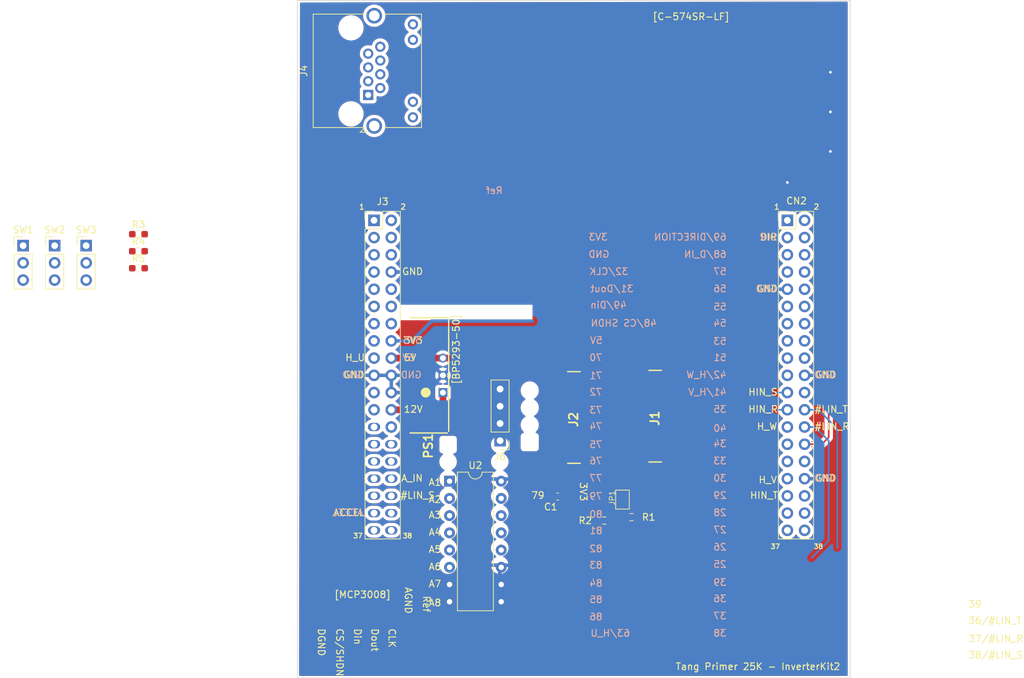
<source format=kicad_pcb>
(kicad_pcb (version 20240108) (generator "pcbnew") (generator_version "8.0")
  (layers (0 "F.Cu" signal) (31 "B.Cu" signal) (34 "B.Paste" user) (35 "F.Paste" user) (36 "B.SilkS" user "B.Silkscreen") (37 "F.SilkS" user "F.Silkscreen") (38 "B.Mask" user) (39 "F.Mask" user) (44 "Edge.Cuts" user))
  (net 0 "")
  (net 1 "GND")
  (net 2 "/L6_IOT23A_USB_P")
  (net 3 "/J10_IOT1B_40P")
  (net 4 "/F6_IOT58B_40P")
  (net 5 "/B3_IOB56A_FPGA_UART_RX")
  (net 6 "/J5_IOT61B")
  (net 7 "/L5_IOT63A")
  (net 8 "VDD_3V3")
  (net 9 "/E3_IOB60A_40P")
  (net 10 "/C10_IOL5B")
  (net 11 "/H11_IOT3A_S1")
  (net 13 "/K11_IOT11A")
  (net 14 "/H10_IOT3B_S2")
  (net 16 "/H_U")
  (net 18 "/H7_IOT66B")
  (net 19 "/L8_IOT19B_40P")
  (net 20 "/VIN12")
  (net 21 "/K5_IOT63B")
  (net 22 "/C3_IOB56B_FPGA_UART_TX")
  (net 23 "/G5_IOT72B")
  (net 24 "/C7-28")
  (net 25 "/L9_IOT31A_40P")
  (net 26 "/C7-30")
  (net 27 "/A11_IOL14A")
  (net 28 "/A_IN")
  (net 29 "/E11_IOL3A")
  (net 31 "/ACCEL")
  (net 32 "/C7-36")
  (net 33 "/U")
  (net 34 "/C7-38")
  (net 35 "Net-(U1-CAN_L)")
  (net 36 "/H8_IOT66A")
  (net 37 "/DIRECTION")
  (net 38 "/G10_IOT7B")
  (net 40 "/G11_IOT7A")
  (net 41 "/B11_IOL12A")
  (net 42 "/B10_IOL12B")
  (net 43 "/F5_IOT72A")
  (net 44 "/C10-11")
  (net 45 "/K9_IOT31B_40P")
  (net 46 "/E8_READY")
  (net 47 "/F7_IOT58A_40P")
  (net 48 "/J8_IOT56A_40P")
  (net 49 "/L11_IOT11B")
  (net 50 "/H5_IOT61A")
  (net 51 "/G8_IOT68B")
  (net 52 "/HIN_S")
  (net 54 "/HIN_R")
  (net 58 "/D10_IOL9B")
  (net 59 "/A10_IOL14B")
  (net 61 "Net-(U1-CAN_H)")
  (net 62 "/HIN_T")
  (net 63 "/C10-34")
  (net 64 "/K8_IOT56B_40P")
  (net 65 "/J11_IOT1A_40P")
  (net 66 "/D11_IOL9A")
  (net 67 "/K10_IOT15B_40P")
  (net 68 "/J7_IOT21B_40P")
  (net 69 "/K6_IOT23B_USB_N")
  (net 72 "Net-(JP1-A)")
  (net 73 "+3V3")
  (net 74 "/D7_DONE")
  (net 75 "/E10_IOL3B")
  (net 76 "/C11_IOL5A")
  (net 77 "/G7_IOT68A")
  (net 78 "/VDD_2V5")
  (net 79 "/K1_IOR20A_40P")
  (net 80 "/M0_D2_N")
  (net 81 "/M0_CK_N")
  (net 82 "/B2_IOB4A_40P")
  (net 83 "/A3_JTAG_TDI")
  (net 84 "/G4_IOB89A_40P")
  (net 85 "/A1_IOB24A_40P")
  (net 86 "/VDD_5V")
  (net 87 "/H2_IOB91B_40P")
  (net 88 "/C1_JTAG_TCK")
  (net 89 "/B1_JTAG_TMS")
  (net 90 "/M0_D0_N")
  (net 91 "/A2_JTAG_TDO")
  (net 92 "/M0_D1_N")
  (net 93 "/K4_IOR22B_40P")
  (net 96 "/G1_IOR24B_40P")
  (net 97 "/D1_IOB14B_40P")
  (net 98 "/F1_IOB26B_40P")
  (net 99 "/M0_D1_P")
  (net 100 "/VDD_1V8")
  (net 101 "/H4_IOB89B_40P")
  (net 102 "/K2_IOR20B_40P")
  (net 103 "/D8_RECONFIG")
  (net 104 "/G2_IOR24A_40P")
  (net 105 "/L4_IOR31A_40P")
  (net 106 "/H1_IOB91A_40P")
  (net 108 "/L3_IOR31B_40P")
  (net 109 "/M0_D0_P")
  (net 110 "/M0_D2_P")
  (net 111 "/J2_IOR33B_40P")
  (net 112 "/C2_IOB4B_40P")
  (net 113 "/E1_IOB12B_40P")
  (net 114 "/F2_IOB26A_40P")
  (net 116 "/M0_D3_P")
  (net 117 "/L1_IOR18B_40P")
  (net 118 "/J4_IOR22A_40P")
  (net 119 "/M0_CK_P")
  (net 120 "/M0_D3_N")
  (net 163 "/SW3")
  (net 164 "/C10-28")
  (footprint "Resistor_SMD:R_0603_1608Metric_Pad0.98x0.95mm_HandSolder" (layer "F.Cu") (at 167.5045 130.6476 180)
    (property "Reference" "R1")
    (property "Value" "R" (hide yes))
  )
  (footprint "Capacitor_SMD:C_0603_1608Metric_Pad1.08x0.95mm_HandSolder" (layer "F.Cu") (at 156.6164 127.6096 180)
    (property "Reference" "C1")
    (property "Value" "C" (hide yes))
  )
  (footprint "samacsys:TO254P570X1700X1780-3P" (layer "F.Cu") (at 139.7 112.268 90)
    (property "Reference" "PS1")
    (property "Value" "BP5293-50" (hide yes))
  )
  (footprint "Connector_PinHeader_2.54mm:PinHeader_1x03_P2.54mm_Vertical" (layer "F.Cu") (at 82.4328 90.5996)
    (property "Reference" "SW2")
    (property "Value" "SW_SPDT")
  )
  (footprint "Resistor_SMD:R_0603_1608Metric_Pad0.98x0.95mm_HandSolder" (layer "F.Cu") (at 94.7947 93.9292)
    (property "Reference" "R5")
    (property "Value" "5.1k")
  )
  (footprint "Library:DF40C-60DS-0.4V_51_" (layer "F.Cu") (at 159.0206 115.942 90)
    (property "Reference" "J2")
    (property "Value" "DF40C-60DS-0.4V_51_" (hide yes))
  )
  (footprint "Connector_RJ:RJ45_Amphenol_RJHSE538X" (layer "F.Cu") (at 128.6764 68.3768 90)
    (property "Reference" "J4")
    (property "Value" "RJ45_LED_Shielded")
  )
  (footprint "Connector_PinHeader_2.54mm:PinHeader_1x03_P2.54mm_Vertical" (layer "F.Cu") (at 87.0828 90.5996)
    (property "Reference" "SW3")
    (property "Value" "SW_SPDT")
  )
  (footprint "Resistor_SMD:R_0603_1608Metric_Pad0.98x0.95mm_HandSolder" (layer "F.Cu") (at 94.7947 88.9092)
    (property "Reference" "R3")
    (property "Value" "5.1k")
  )
  (footprint "Library:Nucleo" (layer "F.Cu") (at 129.54 86.868)
    (property "Reference" "J3")
    (property "Value" "Nucleo_F302R8" (hide yes))
  )
  (footprint "Package_DIP:DIP-16_W7.62mm" (layer "F.Cu") (at 140.6752 125.3386)
    (property "Reference" "U2")
    (property "Value" "MCP3008")
  )
  (footprint "Jumper:SolderJumper-2_P1.3mm_Open_TrianglePad1.0x1.5mm" (layer "F.Cu") (at 166.1818 128.0568 90)
    (property "Reference" "JP1")
    (property "Value" "SolderJumper_2_Open" (hide yes))
  )
  (footprint "Connector_PinHeader_2.54mm:PinHeader_1x03_P2.54mm_Vertical" (layer "F.Cu") (at 77.7828 90.5996)
    (property "Reference" "SW1")
    (property "Value" "SW_SPDT")
  )
  (footprint "Resistor_SMD:R_0603_1608Metric_Pad0.98x0.95mm_HandSolder" (layer "F.Cu") (at 163.4913 131.1556 180)
    (property "Reference" "R2")
    (property "Value" "R" (hide yes))
  )
  (footprint "Resistor_SMD:R_0603_1608Metric_Pad0.98x0.95mm_HandSolder" (layer "F.Cu") (at 94.7947 91.4192)
    (property "Reference" "R4")
    (property "Value" "5.1k")
  )
  (footprint "Library:DF40C-60DS-0.4V_51_" (layer "F.Cu") (at 171.0094 115.7516 90)
    (property "Reference" "J1")
    (property "Value" "DF40C-60DS-0.4V_51_" (hide yes))
  )
  (footprint "Connector_PinHeader_2.54mm:PinHeader_1x04_P2.54mm_Vertical" (layer "F.Cu") (at 148.1328 119.37 180)
    (property "Reference" "J6")
    (property "Value" "JTAG")
  )
  (gr_rect (start 118.237 54.4195) (end 199.771 154.3685) (stroke (width 0.1)) (fill none) (layer "Edge.Cuts"))
  (gr_text "73" (at 163.322 115.443 0) (layer "B.SilkS") (effects (font (size 1 1)) (justify left bottom mirror)))
  (gr_text "36" (at 181.61 143.256 0) (layer "B.SilkS") (effects (font (size 1 1)) (justify left bottom mirror)))
  (gr_text "DIR" (at 188.976 89.916 0) (layer "B.SilkS") (effects (font (size 1 1)) (justify left bottom mirror)))
  (gr_text "63/H_U" (at 167.386 148.336 0) (layer "B.SilkS") (effects (font (size 1 1)) (justify left bottom mirror)))
  (gr_text "29" (at 181.61 128.016 0) (layer "B.SilkS") (effects (font (size 1 1)) (justify left bottom mirror)))
  (gr_text "34" (at 181.61 120.396 0) (layer "B.SilkS") (effects (font (size 1 1)) (justify left bottom mirror)))
  (gr_text "49/Din" (at 166.878 99.949 0) (layer "B.SilkS") (effects (font (size 1 1)) (justify left bottom mirror)))
  (gr_text "3V3" (at 136.652 105.156 0) (layer "B.SilkS") (effects (font (size 1 1)) (justify left bottom mirror)))
  (gr_text "27" (at 181.61 133.096 0) (layer "B.SilkS") (effects (font (size 1 1)) (justify left bottom mirror)))
  (gr_text "28" (at 181.61 130.556 0) (layer "B.SilkS") (effects (font (size 1 1)) (justify left bottom mirror)))
  (gr_text "32/CLK" (at 167.132 94.996 0) (layer "B.SilkS") (effects (font (size 1 1)) (justify left bottom mirror)))
  (gr_text "5V" (at 163.322 105.156 0) (layer "B.SilkS") (effects (font (size 1 1)) (justify left bottom mirror)))
  (gr_text "74" (at 163.322 117.856 0) (layer "B.SilkS") (effects (font (size 1 1)) (justify left bottom mirror)))
  (gr_text "80" (at 163.322 130.81 0) (layer "B.SilkS") (effects (font (size 1 1)) (justify left bottom mirror)))
  (gr_text "85" (at 163.322 143.383 0) (layer "B.SilkS") (effects (font (size 1 1)) (justify left bottom mirror)))
  (gr_text "72" (at 163.322 112.776 0) (layer "B.SilkS") (effects (font (size 1 1)) (justify left bottom mirror)))
  (gr_text "53" (at 181.61 105.283 0) (layer "B.SilkS") (effects (font (size 1 1)) (justify left bottom mirror)))
  (gr_text "71" (at 163.322 110.363 0) (layer "B.SilkS") (effects (font (size 1 1)) (justify left bottom mirror)))
  (gr_text "86" (at 163.322 145.923 0) (layer "B.SilkS") (effects (font (size 1 1)) (justify left bottom mirror)))
  (gr_text "38" (at 181.61 148.336 0) (layer "B.SilkS") (effects (font (size 1 1)) (justify left bottom mirror)))
  (gr_text "51" (at 181.61 107.696 0) (layer "B.SilkS") (effects (font (size 1 1)) (justify left bottom mirror)))
  (gr_text "37" (at 181.61 145.796 0) (layer "B.SilkS") (effects (font (size 1 1)) (justify left bottom mirror)))
  (gr_text "GND" (at 197.612 110.236 0) (layer "B.SilkS") (effects (font (size 1 1)) (justify left bottom mirror)))
  (gr_text "31/Dout" (at 167.894 97.536 0) (layer "B.SilkS") (effects (font (size 1 1)) (justify left bottom mirror)))
  (gr_text "57" (at 181.61 94.996 0) (layer "B.SilkS") (effects (font (size 1 1)) (justify left bottom mirror)))
  (gr_text "55" (at 181.61 100.203 0) (layer "B.SilkS") (effects (font (size 1 1)) (justify left bottom mirror)))
  (gr_text "42/H_W" (at 181.61 110.236 0) (layer "B.SilkS") (effects (font (size 1 1)) (justify left bottom mirror)))
  (gr_text "83" (at 163.322 138.303 0) (layer "B.SilkS") (effects (font (size 1 1)) (justify left bottom mirror)))
  (gr_text "26" (at 181.61 135.636 0) (layer "B.SilkS") (effects (font (size 1 1)) (justify left bottom mirror)))
  (gr_text "GND" (at 164.338 92.456 0) (layer "B.SilkS") (effects (font (size 1 1)) (justify left bottom mirror)))
  (gr_text "30" (at 181.61 125.476 0) (layer "B.SilkS") (effects (font (size 1 1)) (justify left bottom mirror)))
  (gr_text "81" (at 163.322 133.223 0) (layer "B.SilkS") (effects (font (size 1 1)) (justify left bottom mirror)))
  (gr_text "40" (at 181.61 118.11 0) (layer "B.SilkS") (effects (font (size 1 1)) (justify left bottom mirror)))
  (gr_text "GND" (at 136.652 110.236 0) (layer "B.SilkS") (effects (font (size 1 1)) (justify left bottom mirror)))
  (gr_text "54" (at 181.61 102.616 0) (layer "B.SilkS") (effects (font (size 1 1)) (justify left bottom mirror)))
  (gr_text "69/DIRECTION" (at 181.61 89.916 0) (layer "B.SilkS") (effects (font (size 1 1)) (justify left bottom mirror)))
  (gr_text "25" (at 181.61 138.176 0) (layer "B.SilkS") (effects (font (size 1 1)) (justify left bottom mirror)))
  (gr_text "68/D_IN" (at 181.61 92.456 0) (layer "B.SilkS") (effects (font (size 1 1)) (justify left bottom mirror)))
  (gr_text "79" (at 163.322 128.143 0) (layer "B.SilkS") (effects (font (size 1 1)) (justify left bottom mirror)))
  (gr_text "3V3" (at 164.084 89.916 0) (layer "B.SilkS") (effects (font (size 1 1)) (justify left bottom mirror)))
  (gr_text "GND" (at 128.016 110.236 0) (layer "B.SilkS") (effects (font (size 1 1)) (justify left bottom mirror)))
  (gr_text "GND" (at 188.976 97.536 0) (layer "B.SilkS") (effects (font (size 1 1)) (justify left bottom mirror)))
  (gr_text "35" (at 181.61 115.316 0) (layer "B.SilkS") (effects (font (size 1 1)) (justify left bottom mirror)))
  (gr_text "GND" (at 197.612 125.476 0) (layer "B.SilkS") (effects (font (size 1 1)) (justify left bottom mirror)))
  (gr_text "41/H_V" (at 181.61 112.776 0) (layer "B.SilkS") (effects (font (size 1 1)) (justify left bottom mirror)))
  (gr_text "84" (at 163.322 140.97 0) (layer "B.SilkS") (effects (font (size 1 1)) (justify left bottom mirror)))
  (gr_text "ACCEL" (at 128.016 130.556 0) (layer "B.SilkS") (effects (font (size 1 1)) (justify left bottom mirror)))
  (gr_text "76" (at 163.322 122.936 0) (layer "B.SilkS") (effects (font (size 1 1)) (justify left bottom mirror)))
  (gr_text "77" (at 163.322 125.476 0) (layer "B.SilkS") (effects (font (size 1 1)) (justify left bottom mirror)))
  (gr_text "39" (at 181.61 140.843 0) (layer "B.SilkS") (effects (font (size 1 1)) (justify left bottom mirror)))
  (gr_text "70" (at 163.322 107.696 0) (layer "B.SilkS") (effects (font (size 1 1)) (justify left bottom mirror)))
  (gr_text "56" (at 181.61 97.536 0) (layer "B.SilkS") (effects (font (size 1 1)) (justify left bottom mirror)))
  (gr_text "5V" (at 135.636 107.696 0) (layer "B.SilkS") (effects (font (size 1 1)) (justify left bottom mirror)))
  (gr_text "Ref" (at 148.59 83.058 0) (layer "B.SilkS") (effects (font (size 1 1)) (justify left bottom mirror)))
  (gr_text "75" (at 163.322 120.523 0) (layer "B.SilkS") (effects (font (size 1 1)) (justify left bottom mirror)))
  (gr_text "82" (at 163.322 135.89 0) (layer "B.SilkS") (effects (font (size 1 1)) (justify left bottom mirror)))
  (gr_text "48/CS SHDN" (at 171.323 102.616 0) (layer "B.SilkS") (effects (font (size 1 1)) (justify left bottom mirror)))
  (gr_text "33" (at 181.61 122.936 0) (layer "B.SilkS") (effects (font (size 1 1)) (justify left bottom mirror)))
  (gr_text "79" (at 152.654 128.016 0) (layer "F.SilkS") (effects (font (size 1 1)) (justify left bottom)))
  (gr_text "GND" (at 194.564 110.236 0) (layer "F.SilkS") (effects (font (size 1 1)) (justify left bottom)))
  (gr_text "DGND" (at 121.1938 146.9744 -90) (layer "F.SilkS") (effects (font (size 1 1)) (justify left bottom)))
  (gr_text "[MCP3008]" (at 123.6068 142.6564 0) (layer "F.SilkS") (effects (font (size 1 1)) (justify left bottom)))
  (gr_text "12V" (at 133.858 115.316 0) (layer "F.SilkS") (effects (font (size 1 1)) (justify left bottom)))
  (gr_text "[BP5293-50]" (at 142.24 111.125 90) (layer "F.SilkS") (effects (font (size 1 1)) (justify left bottom)))
  (gr_text "A2" (at 137.5156 128.6256 0) (layer "F.SilkS") (effects (font (size 1 1)) (justify left bottom)))
  (gr_text "2" (at 194.31 85.344 0) (layer "F.SilkS") (effects (font (size 0.8 0.8)) (justify left bottom)))
  (gr_text "H_W" (at 185.928 117.856 0) (layer "F.SilkS") (effects (font (size 1 1)) (justify left bottom)))
  (gr_text "5V" (at 133.858 107.696 0) (layer "F.SilkS") (effects (font (size 1 1)) (justify left bottom)))
  (gr_text "#LIN_R" (at 194.437 117.856 0) (layer "F.SilkS") (effects (font (size 1 1)) (justify left bottom)))
  (gr_text "HIN_R" (at 184.658 115.316 0) (layer "F.SilkS") (effects (font (size 1 1)) (justify left bottom)))
  (gr_text "Din" (at 126.5278 146.9744 -90) (layer "F.SilkS") (effects (font (size 1 1)) (justify left bottom)))
  (gr_text "H_V" (at 186.182 125.73 0) (layer "F.SilkS") (effects (font (size 1 1)) (justify left bottom)))
  (gr_text "2" (at 133.35 85.344 0) (layer "F.SilkS") (effects (font (size 0.8 0.8)) (justify left bottom)))
  (gr_text "AGND" (at 134.0104 140.8684 -90) (layer "F.SilkS") (effects (font (size 1 1)) (justify left bottom)))
  (gr_text "38" (at 133.7056 133.8072 0) (layer "F.SilkS") (effects (font (size 0.7 0.7)) (justify left bottom)))
  (gr_text "[C-574SR-LF]" (at 170.561 57.404 0) (layer "F.SilkS") (effects (font (size 1 1)) (justify left bottom)))
  (gr_text "A4" (at 137.5156 133.4516 0) (layer "F.SilkS") (effects (font (size 1 1)) (justify left bottom)))
  (gr_text "#LIN_S" (at 133.35 128.016 0) (layer "F.SilkS") (effects (font (size 1 1)) (justify left bottom)))
  (gr_text "36/#LIN_T" (at 217.1192 146.4818 0) (layer "F.SilkS") (effects (font (size 1 1)) (justify left bottom)))
  (gr_text "GND" (at 124.968 110.236 0) (layer "F.SilkS") (effects (font (size 1 1)) (justify left bottom)))
  (gr_text "A5" (at 137.5156 135.9916 0) (layer "F.SilkS") (effects (font (size 1 1)) (justify left bottom)))
  (gr_text "A_IN" (at 133.477 125.476 0) (layer "F.SilkS") (effects (font (size 1 1)) (justify left bottom)))
  (gr_text "#LIN_T" (at 194.437 115.316 0) (layer "F.SilkS") (effects (font (size 1 1)) (justify left bottom)))
  (gr_text "GND" (at 194.564 125.476 0) (layer "F.SilkS") (effects (font (size 1 1)) (justify left bottom)))
  (gr_text "37" (at 187.96 135.382 0) (layer "F.SilkS") (effects (font (size 0.7 0.7)) (justify left bottom)))
  (gr_text "A8" (at 137.5156 143.8656 0) (layer "F.SilkS") (effects (font (size 1 1)) (justify left bottom)))
  (gr_text "A6" (at 137.5156 138.5316 0) (layer "F.SilkS") (effects (font (size 1 1)) (justify left bottom)))
  (gr_text "A1" (at 137.5156 126.0856 0) (layer "F.SilkS") (effects (font (size 1 1)) (justify left bottom)))
  (gr_text "1" (at 127.254 85.344 0) (layer "F.SilkS") (effects (font (size 0.8 0.8)) (justify left bottom)))
  (gr_text "Ref" (at 136.6878 142.1484 -90) (layer "F.SilkS") (effects (font (size 1 1)) (justify left bottom)))
  (gr_text "39" (at 217.1192 144.0688 0) (layer "F.SilkS") (effects (font (size 1 1)) (justify left bottom)))
  (gr_text "38" (at 194.31 135.382 0) (layer "F.SilkS") (effects (font (size 0.7 0.7)) (justify left bottom)))
  (gr_text "GND" (at 133.604 94.996 0) (layer "F.SilkS") (effects (font (size 1 1)) (justify left bottom)))
  (gr_text "37" (at 126.3904 133.8072 0) (layer "F.SilkS") (effects (font (size 0.7 0.7)) (justify left bottom)))
  (gr_text "A3" (at 137.5156 130.9116 0) (layer "F.SilkS") (effects (font (size 1 1)) (justify left bottom)))
  (gr_text "CS/SHDN" (at 123.9012 146.9644 -90) (layer "F.SilkS") (effects (font (size 1 1)) (justify left bottom)))
  (gr_text "CLK" (at 131.6078 146.9744 -90) (layer "F.SilkS") (effects (font (size 1 1)) (justify left bottom)))
  (gr_text "37/#LIN_R" (at 217.1192 149.1488 0) (layer "F.SilkS") (effects (font (size 1 1)) (justify left bottom)))
  (gr_text "GND" (at 185.928 97.536 0) (layer "F.SilkS") (effects (font (size 1 1)) (justify left bottom)))
  (gr_text "1" (at 188.468 85.344 0) (layer "F.SilkS") (effects (font (size 0.8 0.8)) (justify left bottom)))
  (gr_text "3V3" (at 159.8318 125.4152 -90) (layer "F.SilkS") (effects (font (size 1 1)) (justify left bottom)))
  (gr_text "Dout" (at 129.0678 146.9744 -90) (layer "F.SilkS") (effects (font (size 1 1)) (justify left bottom)))
  (gr_text "HIN_S" (at 184.658 112.776 0) (layer "F.SilkS") (effects (font (size 1 1)) (justify left bottom)))
  (gr_text "3V3" (at 133.858 105.156 0) (layer "F.SilkS") (effects (font (size 1 1)) (justify left bottom)))
  (gr_text "ACCEL" (at 123.444 130.556 0) (layer "F.SilkS") (effects (font (size 1 1)) (justify left bottom)))
  (gr_text "A7" (at 137.5156 141.0716 0) (layer "F.SilkS") (effects (font (size 1 1)) (justify left bottom)))
  (gr_text "H_U" (at 125.222 107.696 0) (layer "F.SilkS") (effects (font (size 1 1)) (justify left bottom)))
  (gr_text "Tang Primer 25K - InverterKit2" (at 173.9392 153.2636 0) (layer "F.SilkS") (effects (font (size 1 1)) (justify left bottom)))
  (gr_text "38/#LIN_S" (at 217.1192 151.5618 0) (layer "F.SilkS") (effects (font (size 1 1)) (justify left bottom)))
  (gr_text "CN2" (at 190.246 84.582 0) (layer "F.SilkS") (effects (font (size 1 1)) (justify left bottom)))
  (gr_text "DIR" (at 186.436 89.916 0) (layer "F.SilkS") (effects (font (size 1 1)) (justify left bottom)))
  (gr_text "HIN_T" (at 184.912 128.016 0) (layer "F.SilkS") (effects (font (size 1 1)) (justify left bottom)))
  (segment (start 158.3806 127.762) (end 158.3806 127.979) (width 0.25) (layer "F.Cu") (net 1))
  (via (at 190.5 81.28) (size 0.8) (drill 0.4) (layers "F.Cu" "B.Cu") (net 1))
  (via (at 196.85 65.024) (size 0.8) (drill 0.4) (layers "F.Cu" "B.Cu") (net 1))
  (via (at 196.85 70.866) (size 0.8) (drill 0.4) (layers "F.Cu" "B.Cu") (net 1))
  (via (at 196.85 76.708) (size 0.8) (drill 0.4) (layers "F.Cu" "B.Cu") (net 1))
  (segment (start 135.128 104.648) (end 132.08 104.648) (width 0.5) (layer "B.Cu") (net 8))
  (segment (start 138.049 101.727) (end 135.128 104.648) (width 0.5) (layer "B.Cu") (net 8))
  (segment (start 152.908 101.727) (end 138.049 101.727) (width 0.5) (layer "B.Cu") (net 8))
  (segment (start 138.684 114.808) (end 139.7 113.792) (width 1) (layer "F.Cu") (net 20))
  (segment (start 139.7 113.792) (end 139.7 112.268) (width 1) (layer "F.Cu") (net 20))
  (segment (start 132.08 114.808) (end 138.684 114.808) (width 1) (layer "F.Cu") (net 20))
  (segment (start 196.596 134.112) (end 194.056 136.652) (width 0.25) (layer "B.Cu") (net 36))
  (segment (start 194.564 117.348) (end 196.596 119.38) (width 0.25) (layer "B.Cu") (net 36))
  (segment (start 196.596 119.38) (end 196.596 134.112) (width 0.25) (layer "B.Cu") (net 36))
  (segment (start 193.04 117.348) (end 194.564 117.348) (width 0.25) (layer "B.Cu") (net 36))
  (segment (start 190.5 112.268) (end 188.976 112.268) (width 0.25) (layer "B.Cu") (net 52))
  (segment (start 190.5 114.808) (end 188.976 114.808) (width 0.25) (layer "B.Cu") (net 54))
  (segment (start 193.04 114.808) (end 195.072 114.808) (width 0.25) (layer "B.Cu") (net 77))
  (segment (start 195.072 114.808) (end 197.866 117.602) (width 0.25) (layer "B.Cu") (net 77))
  (segment (start 197.866 117.602) (end 197.866 135.128) (width 0.25) (layer "B.Cu") (net 77))
  (segment (start 139.7 107.188) (end 150.368 107.188) (width 1) (layer "F.Cu") (net 86))
  (segment (start 132.08 107.188) (end 139.7 107.188) (width 1) (layer "F.Cu") (net 86))
  (segment (start 196.596 118.872) (end 196.596 82.804) (width 0.25) (layer "F.Cu") (net 164))
  (segment (start 196.596 82.804) (end 186.944 73.152) (width 0.25) (layer "F.Cu") (net 164))
  (segment (start 193.04 119.888) (end 195.58 119.888) (width 0.25) (layer "F.Cu") (net 164))
  (segment (start 195.58 119.888) (end 196.596 118.872) (width 0.25) (layer "F.Cu") (net 164))
  (zone (net 1) (net_name "GND") (layer "F.Cu") (connect_pads (clearance 0.5)) (min_thickness 0.25) (fill yes (thermal_gap 0.5) (thermal_bridge_width 0.5))
    (polygon (pts (xy 118.618 54.737) (xy 199.39 54.61) (xy 199.39 154.051) (xy 118.491 154.051)))
  )
  (zone (net 0) (net_name "") (layer "F.Cu") (connect_pads (clearance 0)) (min_thickness 0.25)
    (keepout (tracks not_allowed) (vias allowed) (pads allowed) (copperpour not_allowed) (footprints allowed))
    (fill (thermal_gap 0.5) (thermal_bridge_width 0.5))
    (polygon (pts (xy 133.096 99.06) (xy 152.908 99.06) (xy 152.908 101.6) (xy 133.096 101.6)))
  )
  (zone (net 0) (net_name "") (layer "B.Cu") (connect_pads (clearance 0)) (min_thickness 0.25)
    (keepout (tracks not_allowed) (vias allowed) (pads allowed) (copperpour not_allowed) (footprints allowed))
    (fill (thermal_gap 0.5) (thermal_bridge_width 0.5))
    (polygon (pts (xy 133.096 99.314) (xy 152.908 99.314) (xy 152.908 101.6) (xy 133.096 101.6)))
  )
  (zone (net 1) (net_name "GND") (layer "B.Cu") (connect_pads (clearance 0.5)) (min_thickness 0.25) (fill yes (thermal_gap 0.5) (thermal_bridge_width 0.5))
    (polygon (pts (xy 118.618 54.737) (xy 199.39 54.61) (xy 199.39 154.051) (xy 118.491 154.051)))
  )
)
</source>
